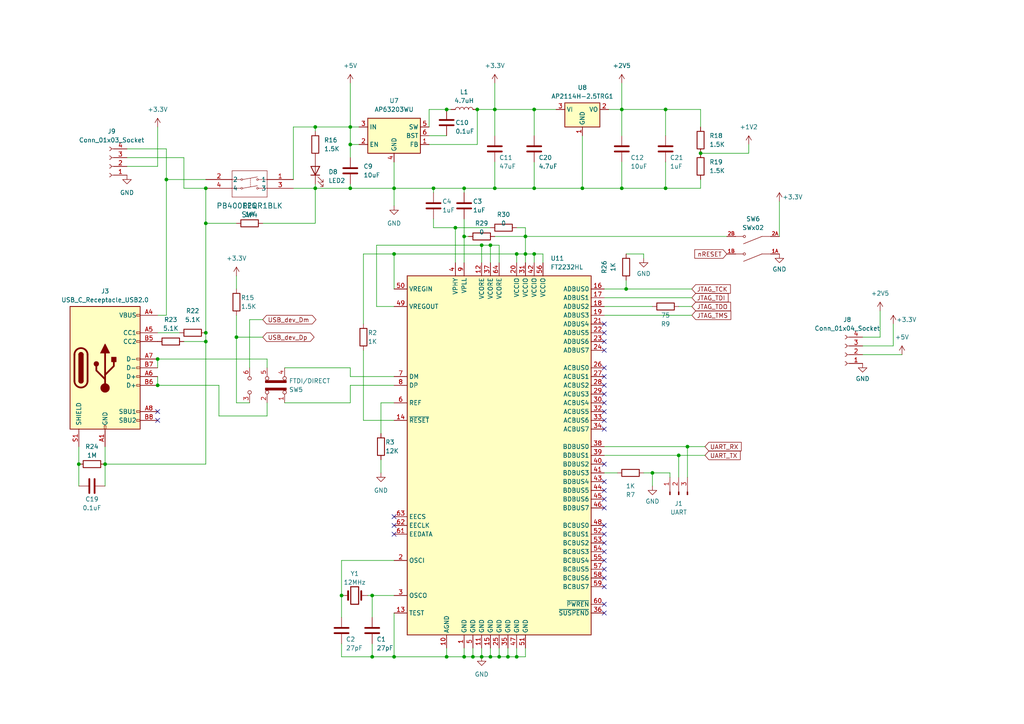
<source format=kicad_sch>
(kicad_sch (version 20230121) (generator eeschema)
  (paper "A4")
  (lib_symbols
    (symbol "Connector:Conn_01x03_Pin" (pin_names (offset 1.016) hide)
      (property "Reference" "J" (at 0 5.08 0))
      (property "Value" "Conn_01x03_Pin" (at 0 -5.08 0))
      (symbol "Conn_01x03_Pin_1_1"
        (polyline (pts (xy 1.27 -2.54) (xy 0.8636 -2.54)) (stroke (width 0.1524)))
        (polyline (pts (xy 1.27 0) (xy 0.8636 0)) (stroke (width 0.1524)))
        (polyline (pts (xy 1.27 2.54) (xy 0.8636 2.54)) (stroke (width 0.1524)))
        (rectangle (start 0.8636 -2.413) (end 0 -2.667) (stroke (width 0.1524)) (fill (type outline)))
        (rectangle (start 0.8636 0.127) (end 0 -0.127) (stroke (width 0.1524)) (fill (type outline)))
        (rectangle (start 0.8636 2.667) (end 0 2.413) (stroke (width 0.1524)) (fill (type outline)))
        (pin passive line (at 5.08 2.54 180) (length 3.81) (name "Pin_1") (number "1"))
        (pin passive line (at 5.08 0 180) (length 3.81) (name "Pin_2") (number "2"))
        (pin passive line (at 5.08 -2.54 180) (length 3.81) (name "Pin_3") (number "3"))
      )
    )
    (symbol "Connector:Conn_01x04_Socket" (pin_names (offset 1.016) hide)
      (property "Reference" "J" (at 0 5.08 0))
      (property "Value" "Conn_01x04_Socket" (at 0 -7.62 0))
      (symbol "Conn_01x04_Socket_1_1"
        (arc (start 0 -4.572) (mid -0.5058 -5.08) (end 0 -5.588) (stroke (width 0.1524)))
        (arc (start 0 -2.032) (mid -0.5058 -2.54) (end 0 -3.048) (stroke (width 0.1524)))
        (polyline (pts (xy -1.27 -5.08) (xy -0.508 -5.08)) (stroke (width 0.1524)))
        (polyline (pts (xy -1.27 -2.54) (xy -0.508 -2.54)) (stroke (width 0.1524)))
        (polyline (pts (xy -1.27 0) (xy -0.508 0)) (stroke (width 0.1524)))
        (polyline (pts (xy -1.27 2.54) (xy -0.508 2.54)) (stroke (width 0.1524)))
        (arc (start 0 0.508) (mid -0.5058 0) (end 0 -0.508) (stroke (width 0.1524)))
        (arc (start 0 3.048) (mid -0.5058 2.54) (end 0 2.032) (stroke (width 0.1524)))
        (pin passive line (at -5.08 2.54 0) (length 3.81) (name "Pin_1") (number "1"))
        (pin passive line (at -5.08 0 0) (length 3.81) (name "Pin_2") (number "2"))
        (pin passive line (at -5.08 -2.54 0) (length 3.81) (name "Pin_3") (number "3"))
        (pin passive line (at -5.08 -5.08 0) (length 3.81) (name "Pin_4") (number "4"))
      )
    )
    (symbol "Connector:USB_C_Receptacle_USB2.0" (pin_names (offset 1.016))
      (property "Reference" "J3" (at 0 22.225 0))
      (property "Value" "USB_C_Receptacle_USB2.0" (at 0 19.685 0))
      (symbol "USB_C_Receptacle_USB2.0_0_0"
        (rectangle (start -0.254 -17.78) (end 0.254 -16.764))
        (rectangle (start 10.16 -14.986) (end 9.144 -15.494))
        (rectangle (start 10.16 -12.446) (end 9.144 -12.954))
        (rectangle (start 10.16 -4.826) (end 9.144 -5.334))
        (rectangle (start 10.16 -2.286) (end 9.144 -2.794))
        (rectangle (start 10.16 0.254) (end 9.144 -0.254))
        (rectangle (start 10.16 2.794) (end 9.144 2.286))
        (rectangle (start 10.16 7.874) (end 9.144 7.366))
        (rectangle (start 10.16 10.414) (end 9.144 9.906))
        (rectangle (start 10.16 15.494) (end 9.144 14.986))
      )
      (symbol "USB_C_Receptacle_USB2.0_0_1"
        (rectangle (start -10.16 17.78) (end 10.16 -17.78) (stroke (width 0.254)) (fill (type background)))
        (arc (start -8.89 -3.81) (mid -6.985 -5.7067) (end -5.08 -3.81) (stroke (width 0.508)))
        (arc (start -7.62 -3.81) (mid -6.985 -4.4423) (end -6.35 -3.81) (stroke (width 0.254)))
        (arc (start -7.62 -3.81) (mid -6.985 -4.4423) (end -6.35 -3.81) (stroke (width 0.254)) (fill (type outline)))
        (rectangle (start -7.62 -3.81) (end -6.35 3.81) (stroke (width 0.254)) (fill (type outline)))
        (arc (start -6.35 3.81) (mid -6.985 4.4423) (end -7.62 3.81) (stroke (width 0.254)))
        (arc (start -6.35 3.81) (mid -6.985 4.4423) (end -7.62 3.81) (stroke (width 0.254)) (fill (type outline)))
        (arc (start -5.08 3.81) (mid -6.985 5.7067) (end -8.89 3.81) (stroke (width 0.508)))
        (circle (center -2.54 1.143) (radius 0.635) (stroke (width 0.254)) (fill (type outline)))
        (circle (center 0 -5.842) (radius 1.27) (fill (type outline)))
        (polyline (pts (xy -8.89 -3.81) (xy -8.89 3.81)) (stroke (width 0.508)))
        (polyline (pts (xy -5.08 3.81) (xy -5.08 -3.81)) (stroke (width 0.508)))
        (polyline (pts (xy 0 -5.842) (xy 0 4.318)) (stroke (width 0.508)))
        (polyline (pts (xy 0 -3.302) (xy -2.54 -0.762) (xy -2.54 0.508)) (stroke (width 0.508)))
        (polyline (pts (xy 0 -2.032) (xy 2.54 0.508) (xy 2.54 1.778)) (stroke (width 0.508)))
        (polyline (pts (xy -1.27 4.318) (xy 0 6.858) (xy 1.27 4.318) (xy -1.27 4.318)) (stroke (width 0.254)) (fill (type outline)))
        (rectangle (start 1.905 1.778) (end 3.175 3.048) (stroke (width 0.254)) (fill (type outline)))
      )
      (symbol "USB_C_Receptacle_USB2.0_1_1"
        (pin passive line (at 0 -22.86 90) (length 5.08) (name "GND") (number "A1"))
        (pin passive line (at 0 -22.86 90) (length 5.08) hide (name "GND") (number "A12"))
        (pin passive line (at 15.24 15.24 180) (length 5.08) (name "VBUS") (number "A4"))
        (pin bidirectional line (at 15.24 10.16 180) (length 5.08) (name "CC1") (number "A5"))
        (pin bidirectional line (at 15.24 -2.54 180) (length 5.08) (name "D+") (number "A6"))
        (pin bidirectional line (at 15.24 2.54 180) (length 5.08) (name "D-") (number "A7"))
        (pin bidirectional line (at 15.24 -12.7 180) (length 5.08) (name "SBU1") (number "A8"))
        (pin passive line (at 15.24 15.24 180) (length 5.08) hide (name "VBUS") (number "A9"))
        (pin passive line (at 0 -22.86 90) (length 5.08) hide (name "GND") (number "B1"))
        (pin passive line (at 0 -22.86 90) (length 5.08) hide (name "GND") (number "B12"))
        (pin passive line (at 15.24 15.24 180) (length 5.08) hide (name "VBUS") (number "B4"))
        (pin bidirectional line (at 15.24 7.62 180) (length 5.08) (name "CC2") (number "B5"))
        (pin bidirectional line (at 15.24 -5.08 180) (length 5.08) (name "D+") (number "B6"))
        (pin bidirectional line (at 15.24 0 180) (length 5.08) (name "D-") (number "B7"))
        (pin bidirectional line (at 15.24 -15.24 180) (length 5.08) (name "SBU2") (number "B8"))
        (pin passive line (at 15.24 15.24 180) (length 5.08) hide (name "VBUS") (number "B9"))
        (pin passive line (at -7.62 -22.86 90) (length 5.08) (name "SHIELD") (number "S1"))
      )
    )
    (symbol "Device:C" (pin_numbers hide) (pin_names (offset 0.254))
      (property "Reference" "C" (at 0.635 2.54 0))
      (property "Value" "C" (at 0.635 -2.54 0))
      (symbol "C_0_1"
        (polyline (pts (xy -2.032 -0.762) (xy 2.032 -0.762)) (stroke (width 0.508)))
        (polyline (pts (xy -2.032 0.762) (xy 2.032 0.762)) (stroke (width 0.508)))
      )
      (symbol "C_1_1"
        (pin passive line (at 0 3.81 270) (length 2.794) (name "~") (number "1"))
        (pin passive line (at 0 -3.81 90) (length 2.794) (name "~") (number "2"))
      )
    )
    (symbol "Device:Crystal" (pin_numbers hide) (pin_names (offset 1.016) hide)
      (property "Reference" "Y" (at 0 3.81 0))
      (property "Value" "Crystal" (at 0 -3.81 0))
      (symbol "Crystal_0_1"
        (rectangle (start -1.143 2.54) (end 1.143 -2.54) (stroke (width 0.3048)))
        (polyline (pts (xy -2.54 0) (xy -1.905 0)))
        (polyline (pts (xy -1.905 -1.27) (xy -1.905 1.27)) (stroke (width 0.508)))
        (polyline (pts (xy 1.905 -1.27) (xy 1.905 1.27)) (stroke (width 0.508)))
        (polyline (pts (xy 2.54 0) (xy 1.905 0)))
      )
      (symbol "Crystal_1_1"
        (pin passive line (at -3.81 0 0) (length 1.27) (name "1") (number "1"))
        (pin passive line (at 3.81 0 180) (length 1.27) (name "2") (number "2"))
      )
    )
    (symbol "Device:L" (pin_numbers hide) (pin_names (offset 1.016) hide)
      (property "Reference" "L" (at -1.27 0 90))
      (property "Value" "L" (at 1.905 0 90))
      (symbol "L_0_1"
        (arc (start 0 -2.54) (mid 0.6323 -1.905) (end 0 -1.27))
        (arc (start 0 -1.27) (mid 0.6323 -0.635) (end 0 0))
        (arc (start 0 0) (mid 0.6323 0.635) (end 0 1.27))
        (arc (start 0 1.27) (mid 0.6323 1.905) (end 0 2.54))
      )
      (symbol "L_1_1"
        (pin passive line (at 0 3.81 270) (length 1.27) (name "1") (number "1"))
        (pin passive line (at 0 -3.81 90) (length 1.27) (name "2") (number "2"))
      )
    )
    (symbol "Device:LED" (pin_numbers hide) (pin_names (offset 1.016) hide)
      (property "Reference" "D" (at 0 2.54 0))
      (property "Value" "LED" (at 0 -2.54 0))
      (symbol "LED_0_1"
        (polyline (pts (xy -1.27 -1.27) (xy -1.27 1.27)) (stroke (width 0.254)))
        (polyline (pts (xy -1.27 0) (xy 1.27 0)))
        (polyline (pts (xy 1.27 -1.27) (xy 1.27 1.27) (xy -1.27 0) (xy 1.27 -1.27)) (stroke (width 0.254)))
        (polyline (pts (xy -3.048 -0.762) (xy -4.572 -2.286) (xy -3.81 -2.286) (xy -4.572 -2.286) (xy -4.572 -1.524)))
        (polyline (pts (xy -1.778 -0.762) (xy -3.302 -2.286) (xy -2.54 -2.286) (xy -3.302 -2.286) (xy -3.302 -1.524)))
      )
      (symbol "LED_1_1"
        (pin passive line (at -3.81 0 0) (length 2.54) (name "K") (number "1"))
        (pin passive line (at 3.81 0 180) (length 2.54) (name "A") (number "2"))
      )
    )
    (symbol "Device:R" (pin_numbers hide) (pin_names (offset 0))
      (property "Reference" "R" (at 2.032 0 90))
      (property "Value" "R" (at 0 0 90))
      (symbol "R_0_1"
        (rectangle (start -1.016 -2.54) (end 1.016 2.54) (stroke (width 0.254)))
      )
      (symbol "R_1_1"
        (pin passive line (at 0 3.81 270) (length 1.27) (name "~") (number "1"))
        (pin passive line (at 0 -3.81 90) (length 1.27) (name "~") (number "2"))
      )
    )
    (symbol "Interface_USB:FT2232HL"
      (property "Reference" "U" (at -26.67 53.34 0))
      (property "Value" "FT2232HL" (at 19.05 53.34 0))
      (symbol "FT2232HL_0_1"
        (rectangle (start -26.67 -52.07) (end 26.67 52.07) (stroke (width 0.254)) (fill (type background)))
      )
      (symbol "FT2232HL_1_1"
        (pin power_in line (at -10.16 -55.88 90) (length 3.81) (name "GND") (number "1"))
        (pin power_in line (at -15.24 -55.88 90) (length 3.81) (name "AGND") (number "10"))
        (pin power_in line (at -5.08 -55.88 90) (length 3.81) (name "GND") (number "11"))
        (pin power_in line (at -5.08 55.88 270) (length 3.81) (name "VCORE") (number "12"))
        (pin input line (at -30.48 -45.72 0) (length 3.81) (name "TEST") (number "13"))
        (pin input line (at -30.48 10.16 0) (length 3.81) (name "~{RESET}") (number "14"))
        (pin power_in line (at -2.54 -55.88 90) (length 3.81) (name "GND") (number "15"))
        (pin bidirectional line (at 30.48 48.26 180) (length 3.81) (name "ADBUS0") (number "16"))
        (pin bidirectional line (at 30.48 45.72 180) (length 3.81) (name "ADBUS1") (number "17"))
        (pin bidirectional line (at 30.48 43.18 180) (length 3.81) (name "ADBUS2") (number "18"))
        (pin bidirectional line (at 30.48 40.64 180) (length 3.81) (name "ADBUS3") (number "19"))
        (pin input line (at -30.48 -30.48 0) (length 3.81) (name "OSCI") (number "2"))
        (pin power_in line (at 5.08 55.88 270) (length 3.81) (name "VCCIO") (number "20"))
        (pin bidirectional line (at 30.48 38.1 180) (length 3.81) (name "ADBUS4") (number "21"))
        (pin bidirectional line (at 30.48 35.56 180) (length 3.81) (name "ADBUS5") (number "22"))
        (pin bidirectional line (at 30.48 33.02 180) (length 3.81) (name "ADBUS6") (number "23"))
        (pin bidirectional line (at 30.48 30.48 180) (length 3.81) (name "ADBUS7") (number "24"))
        (pin power_in line (at 0 -55.88 90) (length 3.81) (name "GND") (number "25"))
        (pin bidirectional line (at 30.48 25.4 180) (length 3.81) (name "ACBUS0") (number "26"))
        (pin bidirectional line (at 30.48 22.86 180) (length 3.81) (name "ACBUS1") (number "27"))
        (pin bidirectional line (at 30.48 20.32 180) (length 3.81) (name "ACBUS2") (number "28"))
        (pin bidirectional line (at 30.48 17.78 180) (length 3.81) (name "ACBUS3") (number "29"))
        (pin output line (at -30.48 -40.64 0) (length 3.81) (name "OSCO") (number "3"))
        (pin bidirectional line (at 30.48 15.24 180) (length 3.81) (name "ACBUS4") (number "30"))
        (pin power_in line (at 7.62 55.88 270) (length 3.81) (name "VCCIO") (number "31"))
        (pin bidirectional line (at 30.48 12.7 180) (length 3.81) (name "ACBUS5") (number "32"))
        (pin bidirectional line (at 30.48 10.16 180) (length 3.81) (name "ACBUS6") (number "33"))
        (pin bidirectional line (at 30.48 7.62 180) (length 3.81) (name "ACBUS7") (number "34"))
        (pin power_in line (at 2.54 -55.88 90) (length 3.81) (name "GND") (number "35"))
        (pin output line (at 30.48 -45.72 180) (length 3.81) (name "~{SUSPEND}") (number "36"))
        (pin power_in line (at -2.54 55.88 270) (length 3.81) (name "VCORE") (number "37"))
        (pin bidirectional line (at 30.48 2.54 180) (length 3.81) (name "BDBUS0") (number "38"))
        (pin bidirectional line (at 30.48 0 180) (length 3.81) (name "BDBUS1") (number "39"))
        (pin power_in line (at -12.7 55.88 270) (length 3.81) (name "VPHY") (number "4"))
        (pin bidirectional line (at 30.48 -2.54 180) (length 3.81) (name "BDBUS2") (number "40"))
        (pin bidirectional line (at 30.48 -5.08 180) (length 3.81) (name "BDBUS3") (number "41"))
        (pin power_in line (at 10.16 55.88 270) (length 3.81) (name "VCCIO") (number "42"))
        (pin bidirectional line (at 30.48 -7.62 180) (length 3.81) (name "BDBUS4") (number "43"))
        (pin bidirectional line (at 30.48 -10.16 180) (length 3.81) (name "BDBUS5") (number "44"))
        (pin bidirectional line (at 30.48 -12.7 180) (length 3.81) (name "BDBUS6") (number "45"))
        (pin bidirectional line (at 30.48 -15.24 180) (length 3.81) (name "BDBUS7") (number "46"))
        (pin power_in line (at 5.08 -55.88 90) (length 3.81) (name "GND") (number "47"))
        (pin bidirectional line (at 30.48 -20.32 180) (length 3.81) (name "BCBUS0") (number "48"))
        (pin power_out line (at -30.48 43.18 0) (length 3.81) (name "VREGOUT") (number "49"))
        (pin power_in line (at -7.62 -55.88 90) (length 3.81) (name "GND") (number "5"))
        (pin power_in line (at -30.48 48.26 0) (length 3.81) (name "VREGIN") (number "50"))
        (pin power_in line (at 7.62 -55.88 90) (length 3.81) (name "GND") (number "51"))
        (pin bidirectional line (at 30.48 -22.86 180) (length 3.81) (name "BCBUS1") (number "52"))
        (pin bidirectional line (at 30.48 -25.4 180) (length 3.81) (name "BCBUS2") (number "53"))
        (pin bidirectional line (at 30.48 -27.94 180) (length 3.81) (name "BCBUS3") (number "54"))
        (pin bidirectional line (at 30.48 -30.48 180) (length 3.81) (name "BCBUS4") (number "55"))
        (pin power_in line (at 12.7 55.88 270) (length 3.81) (name "VCCIO") (number "56"))
        (pin bidirectional line (at 30.48 -33.02 180) (length 3.81) (name "BCBUS5") (number "57"))
        (pin bidirectional line (at 30.48 -35.56 180) (length 3.81) (name "BCBUS6") (number "58"))
        (pin bidirectional line (at 30.48 -38.1 180) (length 3.81) (name "BCBUS7") (number "59"))
        (pin output line (at -30.48 15.24 0) (length 3.81) (name "REF") (number "6"))
        (pin output line (at 30.48 -43.18 180) (length 3.81) (name "~{PWREN}") (number "60"))
        (pin bidirectional line (at -30.48 -22.86 0) (length 3.81) (name "EEDATA") (number "61"))
        (pin output line (at -30.48 -20.32 0) (length 3.81) (name "EECLK") (number "62"))
        (pin output line (at -30.48 -17.78 0) (length 3.81) (name "EECS") (number "63"))
        (pin power_in line (at 0 55.88 270) (length 3.81) (name "VCORE") (number "64"))
        (pin bidirectional line (at -30.48 22.86 0) (length 3.81) (name "DM") (number "7"))
        (pin bidirectional line (at -30.48 20.32 0) (length 3.81) (name "DP") (number "8"))
        (pin input line (at -10.16 55.88 270) (length 3.81) (name "VPLL") (number "9"))
      )
    )
    (symbol "Regulator_Linear:LM1117MP-2.5"
      (property "Reference" "U" (at -3.81 3.175 0))
      (property "Value" "LM1117MP-2.5" (at 0 3.175 0))
      (symbol "LM1117MP-2.5_0_1"
        (rectangle (start -5.08 -5.08) (end 5.08 1.905) (stroke (width 0.254)) (fill (type background)))
      )
      (symbol "LM1117MP-2.5_1_1"
        (pin power_in line (at 0 -7.62 90) (length 2.54) (name "GND") (number "1"))
        (pin power_out line (at 7.62 0 180) (length 2.54) (name "VO") (number "2"))
        (pin power_in line (at -7.62 0 0) (length 2.54) (name "VI") (number "3"))
      )
    )
    (symbol "Regulator_Switching:AP63203WU"
      (property "Reference" "U" (at -7.62 6.35 0))
      (property "Value" "AP63203WU" (at 2.54 6.35 0))
      (symbol "AP63203WU_0_1"
        (rectangle (start -7.62 5.08) (end 7.62 -5.08) (stroke (width 0.254)) (fill (type background)))
      )
      (symbol "AP63203WU_1_1"
        (pin input line (at 10.16 -2.54 180) (length 2.54) (name "FB") (number "1"))
        (pin input line (at -10.16 -2.54 0) (length 2.54) (name "EN") (number "2"))
        (pin power_in line (at -10.16 2.54 0) (length 2.54) (name "IN") (number "3"))
        (pin power_in line (at 0 -7.62 90) (length 2.54) (name "GND") (number "4"))
        (pin output line (at 10.16 2.54 180) (length 2.54) (name "SW") (number "5"))
        (pin passive line (at 10.16 0 180) (length 2.54) (name "BST") (number "6"))
      )
    )
    (symbol "Switch:SW_Slide_DPDT" (pin_names (offset 0) hide)
      (property "Reference" "SW5" (at 1.27 -6.35 90))
      (property "Value" "USB/progr" (at -1.27 -6.35 90))
      (symbol "SW_Slide_DPDT_0_0"
        (circle (center -2.032 -5.08) (radius 0.508))
        (circle (center -2.032 5.08) (radius 0.508))
        (circle (center 2.032 -5.08) (radius 0.508))
        (circle (center 2.032 0) (radius 0.508))
      )
      (symbol "SW_Slide_DPDT_0_1"
        (circle (center -2.032 0) (radius 0.508))
        (circle (center 2.032 5.08) (radius 0.508))
      )
      (symbol "SW_Slide_DPDT_1_1"
        (rectangle (start -1.397 5.588) (end -0.762 -0.508) (fill (type outline)))
        (rectangle (start 0.762 5.588) (end 1.397 -0.508) (fill (type outline)))
        (pin passive line (at -5.08 5.08 0) (length 2.54) (name "A") (number "1"))
        (pin passive line (at -5.08 0 0) (length 2.54) (name "B") (number "2"))
        (pin passive line (at -5.08 -5.08 0) (length 2.54) (name "C") (number "3"))
        (pin passive line (at 5.08 5.08 180) (length 2.54) (name "C") (number "4"))
        (pin passive line (at 5.08 0 180) (length 2.54) (name "B") (number "5"))
        (pin passive line (at 5.08 -5.08 180) (length 2.54) (name "A") (number "6"))
      )
    )
    (symbol "endeavour:219-2MSTR" (pin_names (offset 1.016))
      (property "Reference" "S" (at -2.54 5.08 0))
      (property "Value" "219-2MSTR" (at -2.54 -5.08 0))
      (symbol "219-2MSTR_0_0"
        (polyline (pts (xy -2.54 -2.54) (xy -5.08 -2.54)) (stroke (width 0.1524)))
        (polyline (pts (xy -2.54 -2.54) (xy 2.794 -0.4064)) (stroke (width 0.1524)))
        (polyline (pts (xy -2.54 2.54) (xy -5.08 2.54)) (stroke (width 0.1524)))
        (polyline (pts (xy -2.54 2.54) (xy 2.794 4.6736)) (stroke (width 0.1524)))
        (polyline (pts (xy 5.08 -2.54) (xy 2.921 -2.54)) (stroke (width 0.1524)))
        (polyline (pts (xy 5.08 2.54) (xy 2.921 2.54)) (stroke (width 0.1524)))
        (circle (center 2.54 -2.54) (radius 0.3302) (stroke (width 0.1524)))
        (circle (center 2.54 2.54) (radius 0.3302) (stroke (width 0.1524)))
        (pin passive line (at -7.62 2.54 0) (length 2.54) (name "~") (number "1A"))
        (pin passive line (at 7.62 2.54 180) (length 2.54) (name "~") (number "1B"))
        (pin passive line (at -7.62 -2.54 0) (length 2.54) (name "~") (number "2A"))
        (pin passive line (at 7.62 -2.54 180) (length 2.54) (name "~") (number "2B"))
      )
    )
    (symbol "endeavour:PB400EEQR1BLK" (pin_names (offset 0.254))
      (property "Reference" "SW" (at 12.7 7.62 0))
      (property "Value" "PB400EEQR1BLK" (at 12.7 5.08 0))
      (symbol "PB400EEQR1BLK_0_1"
        (polyline (pts (xy 7.62 -5.08) (xy 17.78 -5.08)) (stroke (width 0.127)))
        (polyline (pts (xy 7.62 -2.54) (xy 10.16 -2.54)) (stroke (width 0.127)))
        (polyline (pts (xy 7.62 0) (xy 10.16 0)) (stroke (width 0.127)))
        (polyline (pts (xy 7.62 2.54) (xy 7.62 -5.08)) (stroke (width 0.127)))
        (polyline (pts (xy 12.446 -1.778) (xy 12.446 -2.032)) (stroke (width 0.127)))
        (polyline (pts (xy 12.446 -1.27) (xy 12.446 -1.524)) (stroke (width 0.127)))
        (polyline (pts (xy 12.446 -0.762) (xy 12.446 -1.016)) (stroke (width 0.127)))
        (polyline (pts (xy 12.446 -0.254) (xy 12.446 -0.508)) (stroke (width 0.127)))
        (polyline (pts (xy 12.446 0.254) (xy 12.446 0)) (stroke (width 0.127)))
        (polyline (pts (xy 14.732 -2.54) (xy 10.414 -1.778)) (stroke (width 0.127)))
        (polyline (pts (xy 14.732 0) (xy 10.414 0.762)) (stroke (width 0.127)))
        (polyline (pts (xy 15.24 -2.54) (xy 17.78 -2.54)) (stroke (width 0.127)))
        (polyline (pts (xy 15.24 0) (xy 17.78 0)) (stroke (width 0.127)))
        (polyline (pts (xy 17.78 -5.08) (xy 17.78 2.54)) (stroke (width 0.127)))
        (polyline (pts (xy 17.78 2.54) (xy 7.62 2.54)) (stroke (width 0.127)))
        (circle (center 10.414 -2.54) (radius 0.254) (stroke (width 0.127)))
        (circle (center 10.414 0) (radius 0.254) (stroke (width 0.127)))
        (circle (center 14.986 -2.54) (radius 0.254) (stroke (width 0.127)))
        (circle (center 14.986 0) (radius 0.254) (stroke (width 0.127)))
        (pin unspecified line (at 0 0 0) (length 7.62) (name "1") (number "1"))
        (pin unspecified line (at 25.4 0 180) (length 7.62) (name "2") (number "2"))
        (pin unspecified line (at 0 -2.54 0) (length 7.62) (name "3") (number "3"))
        (pin unspecified line (at 25.4 -2.54 180) (length 7.62) (name "4") (number "4"))
      )
    )
    (symbol "power:+1V2" (power) (pin_names (offset 0))
      (property "Value" "+1V2" (at 0 3.556 0))
      (symbol "+1V2_0_1"
        (polyline (pts (xy -0.762 1.27) (xy 0 2.54)))
        (polyline (pts (xy 0 0) (xy 0 2.54)))
        (polyline (pts (xy 0 2.54) (xy 0.762 1.27)))
      )
      (symbol "+1V2_1_1"
        (pin power_in line (at 0 0 90) (length 0) hide (name "+1V2") (number "1"))
      )
    )
    (symbol "power:+2V5" (power) (pin_names (offset 0))
      (property "Value" "+2V5" (at 0 3.556 0))
      (symbol "+2V5_0_1"
        (polyline (pts (xy -0.762 1.27) (xy 0 2.54)))
        (polyline (pts (xy 0 0) (xy 0 2.54)))
        (polyline (pts (xy 0 2.54) (xy 0.762 1.27)))
      )
      (symbol "+2V5_1_1"
        (pin power_in line (at 0 0 90) (length 0) hide (name "+2V5") (number "1"))
      )
    )
    (symbol "power:+3.3V" (power) (pin_names (offset 0))
      (property "Value" "+3.3V" (at 0 3.556 0))
      (symbol "+3.3V_0_1"
        (polyline (pts (xy -0.762 1.27) (xy 0 2.54)))
        (polyline (pts (xy 0 0) (xy 0 2.54)))
        (polyline (pts (xy 0 2.54) (xy 0.762 1.27)))
      )
      (symbol "+3.3V_1_1"
        (pin power_in line (at 0 0 90) (length 0) hide (name "+3.3V") (number "1"))
      )
    )
    (symbol "power:+5V" (power) (pin_names (offset 0))
      (property "Value" "+5V" (at 0 3.556 0))
      (symbol "+5V_0_1"
        (polyline (pts (xy -0.762 1.27) (xy 0 2.54)))
        (polyline (pts (xy 0 0) (xy 0 2.54)))
        (polyline (pts (xy 0 2.54) (xy 0.762 1.27)))
      )
      (symbol "+5V_1_1"
        (pin power_in line (at 0 0 90) (length 0) hide (name "+5V") (number "1"))
      )
    )
    (symbol "power:GND" (power) (pin_names (offset 0))
      (property "Value" "GND" (at 0 -3.81 0))
      (symbol "GND_0_1"
        (polyline (pts (xy 0 0) (xy 0 -1.27) (xy 1.27 -1.27) (xy 0 -2.54) (xy -1.27 -1.27) (xy 0 -1.27)))
      )
      (symbol "GND_1_1"
        (pin power_in line (at 0 0 270) (length 0) hide (name "GND") (number "1"))
      )
    )
  )
  (junction (at 152.4 68.58))
  (junction (at 114.3 54.61))
  (junction (at 107.95 190.5))
  (junction (at 143.51 31.75))
  (junction (at 125.73 54.61))
  (junction (at 114.3 73.66))
  (junction (at 154.94 54.61))
  (junction (at 147.32 190.5))
  (junction (at 114.3 190.5))
  (junction (at 189.23 137.16))
  (junction (at 193.04 31.75))
  (junction (at 149.86 73.66))
  (junction (at 196.85 132.08))
  (junction (at 138.43 31.75))
  (junction (at 107.95 172.72))
  (junction (at 181.61 83.82))
  (junction (at 203.2 44.45))
  (junction (at 129.54 190.5))
  (junction (at 59.69 54.61))
  (junction (at 132.08 66.04))
  (junction (at 149.86 190.5))
  (junction (at 45.72 111.76))
  (junction (at 144.78 190.5))
  (junction (at 143.51 54.61))
  (junction (at 139.7 190.5))
  (junction (at 68.58 97.79))
  (junction (at 48.26 52.07))
  (junction (at 30.48 134.62))
  (junction (at 137.16 190.5))
  (junction (at 101.6 41.91))
  (junction (at 45.72 104.14))
  (junction (at 134.62 190.5))
  (junction (at 154.94 31.75))
  (junction (at 152.4 73.66))
  (junction (at 101.6 54.61))
  (junction (at 139.7 71.12))
  (junction (at 142.24 190.5))
  (junction (at 59.69 99.06))
  (junction (at 59.69 64.77))
  (junction (at 193.04 54.61))
  (junction (at 134.62 68.58))
  (junction (at 91.44 54.61))
  (junction (at 180.34 54.61))
  (junction (at 129.54 31.75))
  (junction (at 91.44 36.83))
  (junction (at 168.91 54.61))
  (junction (at 180.34 31.75))
  (junction (at 134.62 54.61))
  (junction (at 199.39 129.54))
  (junction (at 59.69 96.52))
  (junction (at 99.06 172.72))
  (junction (at 101.6 36.83))
  (junction (at 154.94 73.66))
  (junction (at 142.24 71.12))
  (junction (at 22.86 134.62))
  (no_connect (at 175.26 106.68))
  (no_connect (at 175.26 144.78))
  (no_connect (at 114.3 154.94))
  (no_connect (at 114.3 149.86))
  (no_connect (at 114.3 152.4))
  (no_connect (at 175.26 139.7))
  (no_connect (at 175.26 99.06))
  (no_connect (at 45.72 119.38))
  (no_connect (at 175.26 170.18))
  (no_connect (at 175.26 142.24))
  (no_connect (at 175.26 177.8))
  (no_connect (at 175.26 147.32))
  (no_connect (at 175.26 96.52))
  (no_connect (at 175.26 109.22))
  (no_connect (at 175.26 175.26))
  (no_connect (at 175.26 119.38))
  (no_connect (at 175.26 154.94))
  (no_connect (at 175.26 160.02))
  (no_connect (at 175.26 101.6))
  (no_connect (at 175.26 116.84))
  (no_connect (at 175.26 157.48))
  (no_connect (at 175.26 114.3))
  (no_connect (at 175.26 162.56))
  (no_connect (at 175.26 124.46))
  (no_connect (at 175.26 134.62))
  (no_connect (at 175.26 111.76))
  (no_connect (at 175.26 165.1))
  (no_connect (at 175.26 152.4))
  (no_connect (at 175.26 167.64))
  (no_connect (at 175.26 93.98))
  (no_connect (at 45.72 121.92))
  (no_connect (at 175.26 121.92))
  (wire (pts (xy 53.34 45.72) (xy 53.34 54.61)))
  (wire (pts (xy 180.34 46.99) (xy 180.34 54.61)))
  (wire (pts (xy 137.16 190.5) (xy 139.7 190.5)))
  (wire (pts (xy 175.26 88.9) (xy 189.23 88.9)))
  (wire (pts (xy 101.6 41.91) (xy 101.6 45.72)))
  (wire (pts (xy 59.69 96.52) (xy 59.69 99.06)))
  (wire (pts (xy 152.4 68.58) (xy 210.82 68.58)))
  (wire (pts (xy 250.19 100.33) (xy 259.08 100.33)))
  (wire (pts (xy 217.17 41.91) (xy 217.17 44.45)))
  (wire (pts (xy 124.46 41.91) (xy 138.43 41.91)))
  (wire (pts (xy 124.46 36.83) (xy 124.46 31.75)))
  (wire (pts (xy 199.39 129.54) (xy 204.47 129.54)))
  (wire (pts (xy 193.04 31.75) (xy 203.2 31.75)))
  (wire (pts (xy 143.51 68.58) (xy 152.4 68.58)))
  (wire (pts (xy 142.24 71.12) (xy 142.24 76.2)))
  (wire (pts (xy 101.6 116.84) (xy 101.6 111.76)))
  (wire (pts (xy 105.41 93.98) (xy 105.41 73.66)))
  (wire (pts (xy 143.51 39.37) (xy 143.51 31.75)))
  (wire (pts (xy 101.6 41.91) (xy 101.6 36.83)))
  (wire (pts (xy 134.62 54.61) (xy 134.62 55.88)))
  (wire (pts (xy 250.19 97.79) (xy 255.27 97.79)))
  (wire (pts (xy 134.62 190.5) (xy 137.16 190.5)))
  (wire (pts (xy 68.58 116.84) (xy 68.58 97.79)))
  (wire (pts (xy 72.39 92.71) (xy 76.2 92.71)))
  (wire (pts (xy 142.24 66.04) (xy 132.08 66.04)))
  (wire (pts (xy 149.86 66.04) (xy 152.4 66.04)))
  (wire (pts (xy 106.68 172.72) (xy 107.95 172.72)))
  (wire (pts (xy 101.6 54.61) (xy 114.3 54.61)))
  (wire (pts (xy 114.3 88.9) (xy 109.22 88.9)))
  (wire (pts (xy 59.69 99.06) (xy 59.69 134.62)))
  (wire (pts (xy 157.48 76.2) (xy 157.48 73.66)))
  (wire (pts (xy 138.43 41.91) (xy 138.43 31.75)))
  (wire (pts (xy 45.72 91.44) (xy 48.26 91.44)))
  (wire (pts (xy 143.51 31.75) (xy 154.94 31.75)))
  (wire (pts (xy 59.69 64.77) (xy 59.69 96.52)))
  (wire (pts (xy 152.4 190.5) (xy 149.86 190.5)))
  (wire (pts (xy 101.6 36.83) (xy 104.14 36.83)))
  (wire (pts (xy 59.69 64.77) (xy 68.58 64.77)))
  (wire (pts (xy 125.73 54.61) (xy 134.62 54.61)))
  (wire (pts (xy 77.47 104.14) (xy 45.72 104.14)))
  (wire (pts (xy 152.4 73.66) (xy 149.86 73.66)))
  (wire (pts (xy 30.48 134.62) (xy 30.48 129.54)))
  (wire (pts (xy 45.72 109.22) (xy 45.72 111.76)))
  (wire (pts (xy 147.32 187.96) (xy 147.32 190.5)))
  (wire (pts (xy 154.94 54.61) (xy 168.91 54.61)))
  (wire (pts (xy 135.89 68.58) (xy 134.62 68.58)))
  (wire (pts (xy 114.3 54.61) (xy 114.3 59.69)))
  (wire (pts (xy 259.08 100.33) (xy 259.08 93.98)))
  (wire (pts (xy 91.44 54.61) (xy 101.6 54.61)))
  (wire (pts (xy 181.61 83.82) (xy 200.66 83.82)))
  (wire (pts (xy 134.62 68.58) (xy 134.62 76.2)))
  (wire (pts (xy 217.17 44.45) (xy 203.2 44.45)))
  (wire (pts (xy 139.7 187.96) (xy 139.7 190.5)))
  (wire (pts (xy 110.49 116.84) (xy 114.3 116.84)))
  (wire (pts (xy 137.16 187.96) (xy 137.16 190.5)))
  (wire (pts (xy 152.4 68.58) (xy 152.4 73.66)))
  (wire (pts (xy 152.4 187.96) (xy 152.4 190.5)))
  (wire (pts (xy 114.3 109.22) (xy 101.6 109.22)))
  (wire (pts (xy 181.61 81.28) (xy 181.61 83.82)))
  (wire (pts (xy 107.95 172.72) (xy 114.3 172.72)))
  (wire (pts (xy 134.62 63.5) (xy 134.62 68.58)))
  (wire (pts (xy 45.72 48.26) (xy 36.83 48.26)))
  (wire (pts (xy 180.34 31.75) (xy 180.34 39.37)))
  (wire (pts (xy 196.85 132.08) (xy 196.85 138.43)))
  (wire (pts (xy 176.53 31.75) (xy 180.34 31.75)))
  (wire (pts (xy 149.86 187.96) (xy 149.86 190.5)))
  (wire (pts (xy 104.14 41.91) (xy 101.6 41.91)))
  (wire (pts (xy 107.95 190.5) (xy 114.3 190.5)))
  (wire (pts (xy 196.85 132.08) (xy 204.47 132.08)))
  (wire (pts (xy 30.48 134.62) (xy 59.69 134.62)))
  (wire (pts (xy 154.94 73.66) (xy 154.94 76.2)))
  (wire (pts (xy 63.5 120.65) (xy 63.5 111.76)))
  (wire (pts (xy 114.3 190.5) (xy 129.54 190.5)))
  (wire (pts (xy 193.04 54.61) (xy 203.2 54.61)))
  (wire (pts (xy 175.26 83.82) (xy 181.61 83.82)))
  (wire (pts (xy 48.26 43.18) (xy 48.26 52.07)))
  (wire (pts (xy 226.06 58.42) (xy 226.06 68.58)))
  (wire (pts (xy 189.23 137.16) (xy 189.23 140.97)))
  (wire (pts (xy 91.44 64.77) (xy 91.44 54.61)))
  (wire (pts (xy 255.27 97.79) (xy 255.27 90.17)))
  (wire (pts (xy 53.34 54.61) (xy 59.69 54.61)))
  (wire (pts (xy 124.46 39.37) (xy 129.54 39.37)))
  (wire (pts (xy 125.73 66.04) (xy 132.08 66.04)))
  (wire (pts (xy 124.46 31.75) (xy 129.54 31.75)))
  (wire (pts (xy 180.34 31.75) (xy 193.04 31.75)))
  (wire (pts (xy 144.78 187.96) (xy 144.78 190.5)))
  (wire (pts (xy 175.26 137.16) (xy 179.07 137.16)))
  (wire (pts (xy 110.49 125.73) (xy 110.49 116.84)))
  (wire (pts (xy 76.2 64.77) (xy 91.44 64.77)))
  (wire (pts (xy 189.23 137.16) (xy 186.69 137.16)))
  (wire (pts (xy 175.26 86.36) (xy 200.66 86.36)))
  (wire (pts (xy 138.43 31.75) (xy 143.51 31.75)))
  (wire (pts (xy 53.34 99.06) (xy 59.69 99.06)))
  (wire (pts (xy 91.44 38.1) (xy 91.44 36.83)))
  (wire (pts (xy 142.24 71.12) (xy 139.7 71.12)))
  (wire (pts (xy 194.31 138.43) (xy 194.31 137.16)))
  (wire (pts (xy 196.85 88.9) (xy 200.66 88.9)))
  (wire (pts (xy 203.2 52.07) (xy 203.2 54.61)))
  (wire (pts (xy 149.86 76.2) (xy 149.86 73.66)))
  (wire (pts (xy 114.3 162.56) (xy 99.06 162.56)))
  (wire (pts (xy 129.54 31.75) (xy 130.81 31.75)))
  (wire (pts (xy 85.09 36.83) (xy 91.44 36.83)))
  (wire (pts (xy 154.94 46.99) (xy 154.94 54.61)))
  (wire (pts (xy 175.26 132.08) (xy 196.85 132.08)))
  (wire (pts (xy 114.3 54.61) (xy 125.73 54.61)))
  (wire (pts (xy 68.58 80.01) (xy 68.58 83.82)))
  (wire (pts (xy 114.3 177.8) (xy 114.3 190.5)))
  (wire (pts (xy 134.62 54.61) (xy 143.51 54.61)))
  (wire (pts (xy 199.39 129.54) (xy 199.39 138.43)))
  (wire (pts (xy 180.34 54.61) (xy 193.04 54.61)))
  (wire (pts (xy 154.94 73.66) (xy 152.4 73.66)))
  (wire (pts (xy 194.31 137.16) (xy 189.23 137.16)))
  (wire (pts (xy 36.83 43.18) (xy 48.26 43.18)))
  (wire (pts (xy 154.94 31.75) (xy 161.29 31.75)))
  (wire (pts (xy 168.91 54.61) (xy 180.34 54.61)))
  (wire (pts (xy 180.34 24.13) (xy 180.34 31.75)))
  (wire (pts (xy 139.7 71.12) (xy 139.7 76.2)))
  (wire (pts (xy 181.61 73.66) (xy 186.69 73.66)))
  (wire (pts (xy 48.26 91.44) (xy 48.26 52.07)))
  (wire (pts (xy 125.73 54.61) (xy 125.73 55.88)))
  (wire (pts (xy 143.51 54.61) (xy 154.94 54.61)))
  (wire (pts (xy 144.78 190.5) (xy 142.24 190.5)))
  (wire (pts (xy 91.44 36.83) (xy 101.6 36.83)))
  (wire (pts (xy 134.62 187.96) (xy 134.62 190.5)))
  (wire (pts (xy 36.83 45.72) (xy 53.34 45.72)))
  (wire (pts (xy 250.19 102.87) (xy 261.62 102.87)))
  (wire (pts (xy 109.22 71.12) (xy 139.7 71.12)))
  (wire (pts (xy 175.26 129.54) (xy 199.39 129.54)))
  (wire (pts (xy 101.6 54.61) (xy 101.6 53.34)))
  (wire (pts (xy 193.04 46.99) (xy 193.04 54.61)))
  (wire (pts (xy 68.58 91.44) (xy 68.58 97.79)))
  (wire (pts (xy 149.86 190.5) (xy 147.32 190.5)))
  (wire (pts (xy 101.6 109.22) (xy 101.6 106.68)))
  (wire (pts (xy 114.3 46.99) (xy 114.3 54.61)))
  (wire (pts (xy 154.94 31.75) (xy 154.94 39.37)))
  (wire (pts (xy 193.04 31.75) (xy 193.04 39.37)))
  (wire (pts (xy 45.72 36.83) (xy 45.72 48.26)))
  (wire (pts (xy 168.91 39.37) (xy 168.91 54.61)))
  (wire (pts (xy 105.41 121.92) (xy 105.41 101.6)))
  (wire (pts (xy 45.72 96.52) (xy 52.07 96.52)))
  (wire (pts (xy 72.39 106.68) (xy 72.39 92.71)))
  (wire (pts (xy 77.47 116.84) (xy 77.47 120.65)))
  (wire (pts (xy 186.69 73.66) (xy 186.69 74.93)))
  (wire (pts (xy 99.06 190.5) (xy 107.95 190.5)))
  (wire (pts (xy 142.24 187.96) (xy 142.24 190.5)))
  (wire (pts (xy 77.47 106.68) (xy 77.47 104.14)))
  (wire (pts (xy 105.41 73.66) (xy 114.3 73.66)))
  (wire (pts (xy 114.3 83.82) (xy 114.3 73.66)))
  (wire (pts (xy 109.22 88.9) (xy 109.22 71.12)))
  (wire (pts (xy 82.55 106.68) (xy 101.6 106.68)))
  (wire (pts (xy 85.09 54.61) (xy 91.44 54.61)))
  (wire (pts (xy 72.39 116.84) (xy 68.58 116.84)))
  (wire (pts (xy 77.47 120.65) (xy 63.5 120.65)))
  (wire (pts (xy 99.06 186.69) (xy 99.06 190.5)))
  (wire (pts (xy 99.06 162.56) (xy 99.06 172.72)))
  (wire (pts (xy 175.26 91.44) (xy 200.66 91.44)))
  (wire (pts (xy 107.95 172.72) (xy 107.95 179.07)))
  (wire (pts (xy 63.5 111.76) (xy 45.72 111.76)))
  (wire (pts (xy 22.86 134.62) (xy 22.86 129.54)))
  (wire (pts (xy 143.51 24.13) (xy 143.51 31.75)))
  (wire (pts (xy 114.3 121.92) (xy 105.41 121.92)))
  (wire (pts (xy 157.48 73.66) (xy 154.94 73.66)))
  (wire (pts (xy 45.72 104.14) (xy 45.72 106.68)))
  (wire (pts (xy 85.09 52.07) (xy 85.09 36.83)))
  (wire (pts (xy 101.6 24.13) (xy 101.6 36.83)))
  (wire (pts (xy 101.6 111.76) (xy 114.3 111.76)))
  (wire (pts (xy 48.26 52.07) (xy 59.69 52.07)))
  (wire (pts (xy 152.4 66.04) (xy 152.4 68.58)))
  (wire (pts (xy 22.86 134.62) (xy 22.86 140.97)))
  (wire (pts (xy 99.06 172.72) (xy 99.06 179.07)))
  (wire (pts (xy 144.78 71.12) (xy 142.24 71.12)))
  (wire (pts (xy 203.2 31.75) (xy 203.2 36.83)))
  (wire (pts (xy 68.58 97.79) (xy 76.2 97.79)))
  (wire (pts (xy 30.48 134.62) (xy 30.48 140.97)))
  (wire (pts (xy 91.44 53.34) (xy 91.44 54.61)))
  (wire (pts (xy 125.73 63.5) (xy 125.73 66.04)))
  (wire (pts (xy 82.55 116.84) (xy 101.6 116.84)))
  (wire (pts (xy 114.3 73.66) (xy 149.86 73.66)))
  (wire (pts (xy 59.69 54.61) (xy 59.69 64.77)))
  (wire (pts (xy 143.51 46.99) (xy 143.51 54.61)))
  (wire (pts (xy 107.95 186.69) (xy 107.95 190.5)))
  (wire (pts (xy 129.54 187.96) (xy 129.54 190.5)))
  (wire (pts (xy 144.78 76.2) (xy 144.78 71.12)))
  (wire (pts (xy 152.4 76.2) (xy 152.4 73.66)))
  (wire (pts (xy 142.24 190.5) (xy 139.7 190.5)))
  (wire (pts (xy 129.54 190.5) (xy 134.62 190.5)))
  (wire (pts (xy 132.08 66.04) (xy 132.08 76.2)))
  (wire (pts (xy 147.32 190.5) (xy 144.78 190.5)))
  (wire (pts (xy 110.49 133.35) (xy 110.49 137.16)))
  (global_label "UART_RX" (shape input) (at 204.47 129.54 0) (property "Intersheetrefs" "${INTERSHEET_REFS}" (effects hide)))
  (global_label "JTAG_TDI" (shape input) (at 200.66 86.36 0) (property "Intersheetrefs" "${INTERSHEET_REFS}" (effects hide)))
  (global_label "nRESET" (shape input) (at 210.82 73.66 180) (property "Intersheetrefs" "${INTERSHEET_REFS}" (effects hide)))
  (global_label "JTAG_TCK" (shape input) (at 200.66 83.82 0) (property "Intersheetrefs" "${INTERSHEET_REFS}" (effects hide)))
  (global_label "USB_dev_Dp" (shape bidirectional) (at 76.2 97.79 0) (property "Intersheetrefs" "${INTERSHEET_REFS}" (effects hide)))
  (global_label "USB_dev_Dm" (shape bidirectional) (at 76.2 92.71 0) (property "Intersheetrefs" "${INTERSHEET_REFS}" (effects hide)))
  (global_label "UART_TX" (shape input) (at 204.47 132.08 0) (property "Intersheetrefs" "${INTERSHEET_REFS}" (effects hide)))
  (global_label "JTAG_TMS" (shape input) (at 200.66 91.44 0) (property "Intersheetrefs" "${INTERSHEET_REFS}" (effects hide)))
  (global_label "JTAG_TDO" (shape input) (at 200.66 88.9 0) (property "Intersheetrefs" "${INTERSHEET_REFS}" (effects hide)))
  (symbol (lib_id "Device:R") (at 139.7 68.58 90) (unit 1)
    (property "Reference" "R29" (at 139.7 64.77 90))
    (property "Value" "0" (at 139.7 67.31 90))
    (property "Footprint" "Resistor_SMD:R_0603_1608Metric" (effects hide))
  )
  (symbol (lib_id "Device:C") (at 101.6 49.53 0) (unit 1)
    (property "Reference" "C9" (at 105.41 48.26 0) (effects (justify left)))
    (property "Value" "10uF" (at 105.41 50.8 0) (effects (justify left)))
    (property "Footprint" "Capacitor_SMD:C_0603_1608Metric" (effects hide))
  )
  (symbol (lib_id "Regulator_Switching:AP63203WU") (at 114.3 39.37 0) (unit 1)
    (property "Reference" "U7" (at 114.3 29.21 0))
    (property "Value" "AP63203WU" (at 114.3 31.75 0))
    (property "Footprint" "Package_TO_SOT_SMD:TSOT-23-6" (effects hide))
    (property "Datasheet" "https://www.diodes.com/assets/Datasheets/AP63200-AP63201-AP63203-AP63205.pdf" (effects hide))
  )
  (symbol (lib_id "power:+1V2") (at 217.17 41.91 0) (unit 1)
    (property "Reference" "#PWR044" (effects hide))
    (property "Value" "+1V2" (at 217.17 36.83 0))
  )
  (symbol (lib_id "power:GND") (at 250.19 105.41 0) (unit 1)
    (property "Reference" "#PWR021" (effects hide))
    (property "Value" "GND" (at 250.19 109.855 0))
  )
  (symbol (lib_id "Device:R") (at 193.04 88.9 270) (unit 1)
    (property "Reference" "R9" (at 193.04 93.98 90))
    (property "Value" "75" (at 193.04 91.44 90))
    (property "Footprint" "Resistor_SMD:R_0603_1608Metric" (effects hide))
  )
  (symbol (lib_id "Device:R") (at 203.2 48.26 180) (unit 1)
    (property "Reference" "R19" (at 205.74 46.99 0) (effects (justify right)))
    (property "Value" "1.5K" (at 205.74 49.53 0) (effects (justify right)))
    (property "Footprint" "Resistor_SMD:R_0603_1608Metric" (effects hide))
  )
  (symbol (lib_id "Device:R") (at 72.39 64.77 90) (unit 1)
    (property "Reference" "R25" (at 72.39 59.69 90))
    (property "Value" "1M" (at 72.39 62.23 90))
    (property "Footprint" "Resistor_SMD:R_0603_1608Metric" (effects hide))
  )
  (symbol (lib_id "Device:C") (at 26.67 140.97 90) (unit 1)
    (property "Reference" "C19" (at 26.67 144.78 90))
    (property "Value" "0.1uF" (at 26.67 147.32 90))
    (property "Footprint" "Capacitor_SMD:C_0603_1608Metric" (effects hide))
  )
  (symbol (lib_id "power:GND") (at 36.83 50.8 0) (unit 1)
    (property "Reference" "#PWR020" (effects hide))
    (property "Value" "GND" (at 36.83 55.88 0))
  )
  (symbol (lib_id "power:GND") (at 114.3 59.69 0) (unit 1)
    (property "Reference" "#PWR039" (effects hide))
    (property "Value" "GND" (at 114.3 64.77 0))
  )
  (symbol (lib_id "Device:C") (at 143.51 43.18 0) (unit 1)
    (property "Reference" "C11" (at 144.78 45.72 0) (effects (justify left)))
    (property "Value" "47uF" (at 144.78 48.26 0) (effects (justify left)))
    (property "Footprint" "Capacitor_SMD:C_0603_1608Metric" (effects hide))
  )
  (symbol (lib_id "power:GND") (at 186.69 74.93 0) (unit 1)
    (property "Reference" "#PWR032" (effects hide))
    (property "Value" "GND" (at 186.69 79.375 0))
  )
  (symbol (lib_id "Device:Crystal") (at 102.87 172.72 0) (unit 1)
    (property "Reference" "Y1" (at 102.87 166.37 0))
    (property "Value" "12MHz" (at 102.87 168.91 0))
    (property "Footprint" "endeavour_footprints:XTAL_ECS-120-20-3X-TR" (effects hide))
  )
  (symbol (lib_id "Regulator_Linear:LM1117MP-2.5") (at 168.91 31.75 0) (unit 1)
    (property "Reference" "U8" (at 168.91 25.4 0))
    (property "Value" "AP2114H-2.5TRG1" (at 168.91 27.94 0))
    (property "Footprint" "Package_TO_SOT_SMD:SOT-223-3_TabPin2" (effects hide))
    (property "Datasheet" "https://www.diodes.com/assets/Datasheets/AP2114.pdf" (effects hide))
  )
  (symbol (lib_id "Device:R") (at 203.2 40.64 0) (unit 1)
    (property "Reference" "R18" (at 205.74 39.37 0) (effects (justify left)))
    (property "Value" "1.5K" (at 205.74 41.91 0) (effects (justify left)))
    (property "Footprint" "Resistor_SMD:R_0603_1608Metric" (effects hide))
  )
  (symbol (lib_id "power:+3.3V") (at 259.08 93.98 0) (unit 1)
    (property "Reference" "#PWR023" (effects hide))
    (property "Value" "+3.3V" (at 262.89 92.71 0))
  )
  (symbol (lib_id "Device:C") (at 107.95 182.88 0) (unit 1)
    (property "Reference" "C1" (at 109.22 185.42 0) (effects (justify left)))
    (property "Value" "27pF" (at 109.22 187.96 0) (effects (justify left)))
    (property "Footprint" "Capacitor_SMD:C_0603_1608Metric" (effects hide))
  )
  (symbol (lib_id "Device:C") (at 193.04 43.18 0) (unit 1)
    (property "Reference" "C21" (at 194.31 45.72 0) (effects (justify left)))
    (property "Value" "1uF" (at 194.31 48.26 0) (effects (justify left)))
    (property "Footprint" "Capacitor_SMD:C_0603_1608Metric" (effects hide))
  )
  (symbol (lib_id "power:GND") (at 226.06 73.66 0) (unit 1)
    (property "Reference" "#PWR016" (effects hide))
    (property "Value" "GND" (at 226.06 78.105 0))
  )
  (symbol (lib_id "power:GND") (at 139.7 190.5 0) (unit 1)
    (property "Reference" "#PWR027" (effects hide))
    (property "Value" "GND" (at 139.7 195.58 0))
  )
  (symbol (lib_id "endeavour:PB400EEQR1BLK") (at 85.09 52.07 0) (mirror y) (unit 1)
    (property "Reference" "SW4" (at 72.39 62.23 0) (effects (font (size 1.524 1.524))))
    (property "Value" "PB400EEQR1BLK" (at 72.39 59.69 0) (effects (font (size 1.524 1.524))))
    (property "Footprint" "endeavour_footprints:PB400EEQR1BLK_EWI" (effects hide))
    (property "Datasheet" "PB400EEQR1BLK" (effects hide))
  )
  (symbol (lib_id "Device:R") (at 181.61 77.47 180) (unit 1)
    (property "Reference" "R26" (at 175.26 77.47 90))
    (property "Value" "1K" (at 177.8 77.47 90))
    (property "Footprint" "Resistor_SMD:R_0603_1608Metric" (effects hide))
  )
  (symbol (lib_id "power:+3.3V") (at 143.51 24.13 0) (unit 1)
    (property "Reference" "#PWR042" (effects hide))
    (property "Value" "+3.3V" (at 143.51 19.05 0))
  )
  (symbol (lib_id "Device:R") (at 182.88 137.16 270) (unit 1)
    (property "Reference" "R7" (at 182.88 143.51 90))
    (property "Value" "1K" (at 182.88 140.97 90))
    (property "Footprint" "Resistor_SMD:R_0603_1608Metric" (effects hide))
  )
  (symbol (lib_id "power:+3.3V") (at 45.72 36.83 0) (unit 1)
    (property "Reference" "#PWR017" (effects hide))
    (property "Value" "+3.3V" (at 45.72 31.75 0))
  )
  (symbol (lib_id "Device:C") (at 125.73 59.69 0) (unit 1)
    (property "Reference" "C4" (at 128.27 58.42 0) (effects (justify left)))
    (property "Value" "1uF" (at 128.27 60.96 0) (effects (justify left)))
    (property "Footprint" "Capacitor_SMD:C_0603_1608Metric" (effects hide))
  )
  (symbol (lib_id "endeavour:219-2MSTR") (at 218.44 71.12 180) (unit 1)
    (property "Reference" "SW6" (at 218.44 63.5 0))
    (property "Value" "SWx02" (at 218.44 66.04 0))
    (property "Footprint" "endeavour_footprints:SW_219-2MSTR" (effects hide))
    (property "PARTREV" "B" (effects hide))
    (property "MANUFACTURER" "CTS" (effects hide))
    (property "MAXIMUM_PACKAGE_HEIGHT" "3.85mm" (effects hide))
    (property "STANDARD" "Manufacturer Recommendations" (effects hide))
  )
  (symbol (lib_id "Device:R") (at 26.67 134.62 90) (unit 1)
    (property "Reference" "R24" (at 26.67 129.54 90))
    (property "Value" "1M" (at 26.67 132.08 90))
    (property "Footprint" "Resistor_SMD:R_0603_1608Metric" (effects hide))
  )
  (symbol (lib_id "power:+3.3V") (at 226.06 58.42 0) (unit 1)
    (property "Reference" "#PWR040" (effects hide))
    (property "Value" "+3.3V" (at 229.87 57.15 0))
  )
  (symbol (lib_id "Device:C") (at 180.34 43.18 180) (unit 1)
    (property "Reference" "C12" (at 182.88 45.72 0) (effects (justify right)))
    (property "Value" "10uF" (at 182.88 48.26 0) (effects (justify right)))
    (property "Footprint" "Capacitor_SMD:C_0603_1608Metric" (effects hide))
  )
  (symbol (lib_id "power:+5V") (at 101.6 24.13 0) (unit 1)
    (property "Reference" "#PWR038" (effects hide))
    (property "Value" "+5V" (at 101.6 19.05 0))
  )
  (symbol (lib_id "power:+2V5") (at 180.34 24.13 0) (unit 1)
    (property "Reference" "#PWR041" (effects hide))
    (property "Value" "+2V5" (at 180.34 19.05 0))
  )
  (symbol (lib_id "Device:R") (at 105.41 97.79 0) (unit 1)
    (property "Reference" "R2" (at 106.68 96.52 0) (effects (justify left)))
    (property "Value" "1K" (at 106.68 99.06 0) (effects (justify left)))
    (property "Footprint" "Resistor_SMD:R_0603_1608Metric" (effects hide))
  )
  (symbol (lib_id "Device:L") (at 134.62 31.75 90) (unit 1)
    (property "Reference" "L1" (at 134.62 26.67 90))
    (property "Value" "4.7uH" (at 134.62 29.21 90))
    (property "Footprint" "Inductor_SMD:L_0603_1608Metric" (effects hide))
  )
  (symbol (lib_id "Switch:SW_Slide_DPDT") (at 77.47 111.76 270) (mirror x) (unit 1)
    (property "Reference" "SW5" (at 83.82 113.03 90) (effects (justify left)))
    (property "Value" "FTDI/DIRECT" (at 83.82 110.49 90) (effects (justify left)))
    (property "Footprint" "endeavour_footprints:SW_JS202011SCQN" (effects hide))
  )
  (symbol (lib_id "Connector:Conn_01x03_Pin") (at 196.85 143.51 90) (unit 1)
    (property "Reference" "J1" (at 196.85 146.05 90))
    (property "Value" "UART" (at 196.85 148.59 90))
    (property "Footprint" "Connector_PinHeader_2.54mm:PinHeader_1x03_P2.54mm_Vertical" (effects hide))
  )
  (symbol (lib_id "Device:C") (at 134.62 59.69 0) (unit 1)
    (property "Reference" "C3" (at 137.16 58.42 0) (effects (justify left)))
    (property "Value" "1uF" (at 137.16 60.96 0) (effects (justify left)))
    (property "Footprint" "Capacitor_SMD:C_0603_1608Metric" (effects hide))
  )
  (symbol (lib_id "Device:R") (at 146.05 66.04 90) (unit 1)
    (property "Reference" "R30" (at 146.05 62.23 90))
    (property "Value" "0" (at 146.05 64.77 90))
    (property "Footprint" "Resistor_SMD:R_0603_1608Metric" (effects hide))
  )
  (symbol (lib_id "Interface_USB:FT2232HL") (at 144.78 132.08 0) (unit 1)
    (property "Reference" "U11" (at 159.6741 74.93 0) (effects (justify left)))
    (property "Value" "FT2232HL" (at 159.6741 77.47 0) (effects (justify left)))
    (property "Footprint" "Package_QFP:LQFP-64_10x10mm_P0.5mm" (effects hide))
    (property "Datasheet" "https://www.ftdichip.com/Support/Documents/DataSheets/ICs/DS_FT2232H.pdf" (effects hide))
  )
  (symbol (lib_id "Device:C") (at 99.06 182.88 0) (unit 1)
    (property "Reference" "C2" (at 100.33 185.42 0) (effects (justify left)))
    (property "Value" "27pF" (at 100.33 187.96 0) (effects (justify left)))
    (property "Footprint" "Capacitor_SMD:C_0603_1608Metric" (effects hide))
  )
  (symbol (lib_id "Connector:USB_C_Receptacle_USB2.0") (at 30.48 106.68 0) (unit 1)
    (property "Reference" "J3" (at 30.48 84.455 0))
    (property "Value" "USB_C_Receptacle_USB2.0" (at 30.48 86.995 0))
    (property "Footprint" "endeavour_footprints:USB_C_Receptacle_GCT_USB4105-xx-A_16P_TopMnt_Horizontal" (effects hide))
    (property "Datasheet" "https://www.usb.org/sites/default/files/documents/usb_type-c.zip" (effects hide))
  )
  (symbol (lib_id "Device:R") (at 55.88 96.52 90) (unit 1)
    (property "Reference" "R22" (at 55.88 90.17 90))
    (property "Value" "5.1K" (at 55.88 92.71 90))
    (property "Footprint" "Resistor_SMD:R_0603_1608Metric" (effects hide))
  )
  (symbol (lib_id "power:+5V") (at 261.62 102.87 0) (unit 1)
    (property "Reference" "#PWR022" (effects hide))
    (property "Value" "+5V" (at 261.62 97.79 0))
  )
  (symbol (lib_id "Device:C") (at 129.54 35.56 0) (unit 1)
    (property "Reference" "C10" (at 132.08 35.56 0) (effects (justify left)))
    (property "Value" "0.1uF" (at 132.08 38.1 0) (effects (justify left)))
    (property "Footprint" "Capacitor_SMD:C_0603_1608Metric" (effects hide))
  )
  (symbol (lib_id "power:+3.3V") (at 68.58 80.01 0) (unit 1)
    (property "Reference" "#PWR033" (effects hide))
    (property "Value" "+3.3V" (at 68.58 74.93 0))
  )
  (symbol (lib_id "Connector:Conn_01x04_Socket") (at 31.75 48.26 180) (unit 1)
    (property "Reference" "J9" (at 32.385 38.1 0))
    (property "Value" "Conn_01x03_Socket" (at 32.385 40.64 0))
    (property "Footprint" "Connector_PinSocket_2.54mm:PinSocket_1x04_P2.54mm_Vertical" (effects hide))
  )
  (symbol (lib_id "Device:R") (at 68.58 87.63 0) (unit 1)
    (property "Reference" "R15" (at 69.85 86.36 0) (effects (justify left)))
    (property "Value" "1.5K" (at 69.85 88.9 0) (effects (justify left)))
    (property "Footprint" "Resistor_SMD:R_0603_1608Metric" (effects hide))
  )
  (symbol (lib_id "Connector:Conn_01x04_Socket") (at 245.11 102.87 180) (unit 1)
    (property "Reference" "J8" (at 245.745 92.71 0))
    (property "Value" "Conn_01x04_Socket" (at 245.745 95.25 0))
    (property "Footprint" "Connector_PinSocket_2.54mm:PinSocket_1x04_P2.54mm_Vertical" (effects hide))
  )
  (symbol (lib_id "power:GND") (at 189.23 140.97 0) (unit 1)
    (property "Reference" "#PWR06" (effects hide))
    (property "Value" "GND" (at 189.23 145.415 0))
  )
  (symbol (lib_id "Device:R") (at 110.49 129.54 0) (unit 1)
    (property "Reference" "R3" (at 111.76 128.27 0) (effects (justify left)))
    (property "Value" "12K" (at 111.76 130.81 0) (effects (justify left)))
    (property "Footprint" "Resistor_SMD:R_0603_1608Metric" (effects hide))
  )
  (symbol (lib_id "Device:C") (at 154.94 43.18 0) (unit 1)
    (property "Reference" "C20" (at 156.21 45.72 0) (effects (justify left)))
    (property "Value" "4.7uF" (at 156.21 48.26 0) (effects (justify left)))
    (property "Footprint" "Capacitor_SMD:C_0603_1608Metric" (effects hide))
  )
  (symbol (lib_id "Device:R") (at 91.44 41.91 180) (unit 1)
    (property "Reference" "R16" (at 93.98 40.64 0) (effects (justify right)))
    (property "Value" "1.5K" (at 93.98 43.18 0) (effects (justify right)))
    (property "Footprint" "Resistor_SMD:R_0603_1608Metric" (effects hide))
  )
  (symbol (lib_id "Device:R") (at 49.53 99.06 90) (unit 1)
    (property "Reference" "R23" (at 49.53 92.71 90))
    (property "Value" "5.1K" (at 49.53 95.25 90))
    (property "Footprint" "Resistor_SMD:R_0603_1608Metric" (effects hide))
  )
  (symbol (lib_id "power:+2V5") (at 255.27 90.17 0) (unit 1)
    (property "Reference" "#PWR024" (effects hide))
    (property "Value" "+2V5" (at 255.27 85.09 0))
  )
  (symbol (lib_id "power:GND") (at 110.49 137.16 0) (unit 1)
    (property "Reference" "#PWR07" (effects hide))
    (property "Value" "GND" (at 110.49 142.24 0))
  )
  (symbol (lib_id "Device:LED") (at 91.44 49.53 90) (unit 1)
    (property "Reference" "D8" (at 95.25 49.8475 90) (effects (justify right)))
    (property "Value" "LED2" (at 95.25 52.3875 90) (effects (justify right)))
    (property "Footprint" "LED_THT:LED_D3.0mm" (effects hide))
  )
)
</source>
